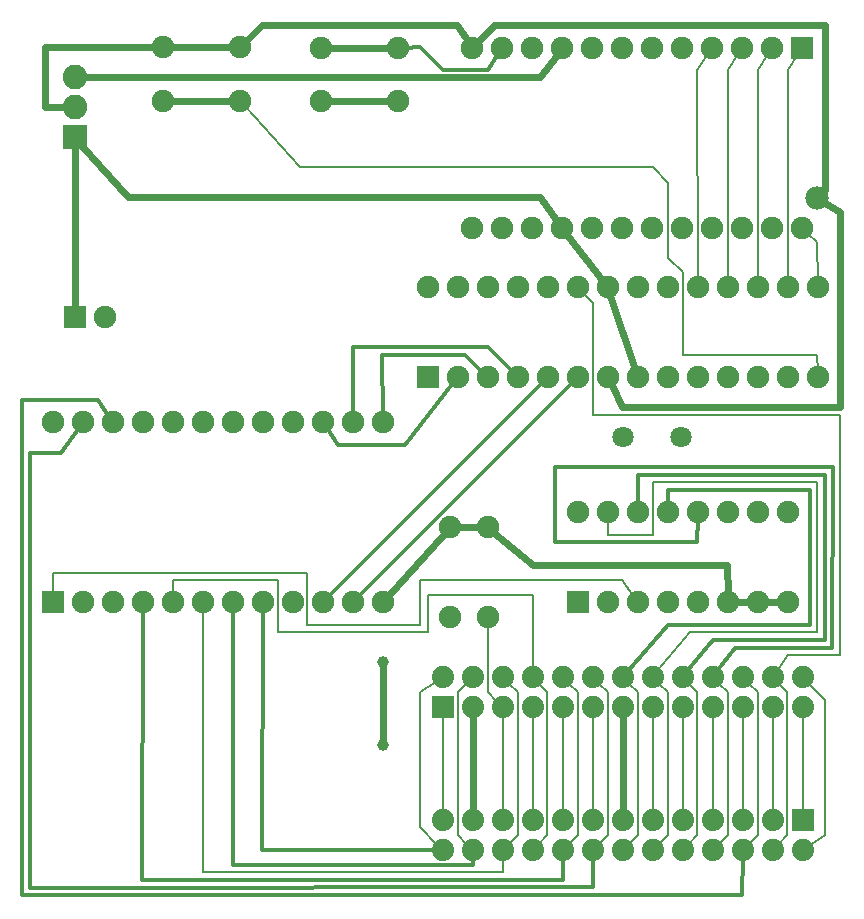
<source format=gtl>
G04 MADE WITH FRITZING*
G04 WWW.FRITZING.ORG*
G04 DOUBLE SIDED*
G04 HOLES PLATED*
G04 CONTOUR ON CENTER OF CONTOUR VECTOR*
%ASAXBY*%
%FSLAX23Y23*%
%MOIN*%
%OFA0B0*%
%SFA1.0B1.0*%
%ADD10C,0.039370*%
%ADD11C,0.074000*%
%ADD12C,0.075000*%
%ADD13C,0.082000*%
%ADD14C,0.070925*%
%ADD15C,0.070866*%
%ADD16C,0.078000*%
%ADD17R,0.074000X0.074000*%
%ADD18R,0.075000X0.075000*%
%ADD19R,0.082000X0.082000*%
%ADD20C,0.008000*%
%ADD21C,0.024000*%
%ADD22C,0.012000*%
%LNCOPPER1*%
G90*
G70*
G54D10*
X1248Y536D03*
X1248Y811D03*
G54D11*
X2648Y186D03*
X2548Y186D03*
X2448Y186D03*
X2348Y186D03*
X2248Y186D03*
X2148Y186D03*
X2048Y186D03*
X1948Y186D03*
X1848Y186D03*
X1748Y186D03*
X1648Y186D03*
X1548Y186D03*
X1448Y186D03*
X2648Y286D03*
X2548Y286D03*
X2448Y286D03*
X2348Y286D03*
X2248Y286D03*
X2148Y286D03*
X2048Y286D03*
X1948Y286D03*
X1848Y286D03*
X1748Y286D03*
X1648Y286D03*
X1548Y286D03*
X1448Y286D03*
X1448Y761D03*
X1548Y761D03*
X1648Y761D03*
X1748Y761D03*
X1848Y761D03*
X1948Y761D03*
X2048Y761D03*
X2148Y761D03*
X2248Y761D03*
X2348Y761D03*
X2448Y761D03*
X2548Y761D03*
X2648Y761D03*
X1448Y661D03*
X1548Y661D03*
X1648Y661D03*
X1748Y661D03*
X1848Y661D03*
X1948Y661D03*
X2048Y661D03*
X2148Y661D03*
X2248Y661D03*
X2348Y661D03*
X2448Y661D03*
X2548Y661D03*
X2648Y661D03*
G54D12*
X1398Y1761D03*
X1398Y2061D03*
X1498Y1761D03*
X1498Y2061D03*
X1598Y1761D03*
X1598Y2061D03*
X1698Y1761D03*
X1698Y2061D03*
X1798Y1761D03*
X1798Y2061D03*
X1898Y1761D03*
X1898Y2061D03*
X1998Y1761D03*
X1998Y2061D03*
X2098Y1761D03*
X2098Y2061D03*
X2198Y1761D03*
X2198Y2061D03*
X2298Y1761D03*
X2298Y2061D03*
X2398Y1761D03*
X2398Y2061D03*
X2498Y1761D03*
X2498Y2061D03*
X2598Y1761D03*
X2598Y2061D03*
X2698Y1761D03*
X2698Y2061D03*
X2646Y2859D03*
X2646Y2259D03*
X2546Y2859D03*
X2546Y2259D03*
X2446Y2859D03*
X2446Y2259D03*
X2346Y2859D03*
X2346Y2259D03*
X2246Y2859D03*
X2246Y2259D03*
X2146Y2859D03*
X2146Y2259D03*
X2046Y2859D03*
X2046Y2259D03*
X1946Y2859D03*
X1946Y2259D03*
X1846Y2859D03*
X1846Y2259D03*
X1746Y2859D03*
X1746Y2259D03*
X1646Y2859D03*
X1646Y2259D03*
X1546Y2859D03*
X1546Y2259D03*
X148Y1011D03*
X148Y1611D03*
X248Y1011D03*
X248Y1611D03*
X348Y1011D03*
X348Y1611D03*
X448Y1011D03*
X448Y1611D03*
X548Y1011D03*
X548Y1611D03*
X648Y1011D03*
X648Y1611D03*
X748Y1011D03*
X748Y1611D03*
X848Y1011D03*
X848Y1611D03*
X948Y1011D03*
X948Y1611D03*
X1048Y1011D03*
X1048Y1611D03*
X1148Y1011D03*
X1148Y1611D03*
X1248Y1011D03*
X1248Y1611D03*
G54D13*
X223Y2561D03*
X223Y2661D03*
X223Y2761D03*
G54D14*
X2241Y1561D03*
G54D15*
X2048Y1561D03*
G54D12*
X1898Y1011D03*
X1898Y1311D03*
X1998Y1011D03*
X1998Y1311D03*
X2098Y1011D03*
X2098Y1311D03*
X2198Y1011D03*
X2198Y1311D03*
X2298Y1011D03*
X2298Y1311D03*
X2398Y1011D03*
X2398Y1311D03*
X2498Y1011D03*
X2498Y1311D03*
X2598Y1011D03*
X2598Y1311D03*
X773Y2684D03*
X517Y2684D03*
X773Y2861D03*
X517Y2861D03*
X1298Y2682D03*
X1042Y2682D03*
X1298Y2859D03*
X1042Y2859D03*
X1598Y961D03*
X1598Y1261D03*
X1473Y961D03*
X1473Y1261D03*
G54D16*
X2696Y2359D03*
G54D12*
X223Y1961D03*
X323Y1961D03*
G54D17*
X2648Y286D03*
X1448Y661D03*
G54D18*
X1398Y1761D03*
X2646Y2859D03*
X148Y1011D03*
G54D19*
X223Y2561D03*
G54D18*
X1898Y1011D03*
X223Y1961D03*
G54D20*
X2249Y2112D02*
X2198Y2160D01*
D02*
X2198Y2160D02*
X2198Y2410D01*
D02*
X2198Y2410D02*
X2149Y2461D01*
D02*
X2149Y2461D02*
X972Y2461D01*
D02*
X972Y2461D02*
X789Y2667D01*
D02*
X2249Y1837D02*
X2249Y2112D01*
D02*
X2697Y1837D02*
X2249Y1837D01*
D02*
X2698Y1784D02*
X2697Y1837D01*
G54D21*
D02*
X2007Y2034D02*
X2089Y1788D01*
G54D22*
D02*
X1850Y86D02*
X447Y86D01*
D02*
X447Y86D02*
X448Y988D01*
D02*
X1849Y161D02*
X1850Y86D01*
G54D21*
D02*
X1454Y1240D02*
X1267Y1032D01*
G54D22*
D02*
X847Y185D02*
X848Y988D01*
D02*
X1423Y186D02*
X847Y185D01*
G54D20*
D02*
X1398Y912D02*
X898Y912D01*
D02*
X1398Y1037D02*
X1398Y912D01*
D02*
X549Y1085D02*
X548Y1034D01*
D02*
X898Y1085D02*
X549Y1085D01*
D02*
X898Y912D02*
X898Y1085D01*
D02*
X1749Y1037D02*
X1398Y1037D01*
D02*
X1748Y787D02*
X1749Y1037D01*
D02*
X1648Y113D02*
X648Y112D01*
G54D22*
D02*
X1549Y135D02*
X748Y137D01*
G54D20*
D02*
X648Y112D02*
X648Y988D01*
G54D22*
D02*
X748Y137D02*
X748Y988D01*
G54D20*
D02*
X1648Y161D02*
X1648Y113D01*
G54D22*
D02*
X1548Y161D02*
X1549Y135D01*
G54D21*
D02*
X1502Y1261D02*
X1570Y1261D01*
G54D22*
D02*
X2198Y937D02*
X2065Y781D01*
G54D21*
D02*
X1248Y555D02*
X1248Y792D01*
G54D20*
D02*
X1599Y712D02*
X1630Y680D01*
D02*
X1598Y938D02*
X1599Y712D01*
G54D21*
D02*
X745Y2861D02*
X546Y2861D01*
D02*
X2047Y1661D02*
X2774Y1661D01*
D02*
X2774Y1661D02*
X2774Y2311D01*
D02*
X2011Y1735D02*
X2047Y1661D01*
D02*
X2774Y2311D02*
X2722Y2343D01*
D02*
X1772Y2762D02*
X255Y2761D01*
D02*
X1071Y2682D02*
X1270Y2682D01*
D02*
X1829Y2837D02*
X1772Y2762D01*
G54D22*
D02*
X2674Y936D02*
X2674Y1386D01*
D02*
X2674Y1386D02*
X2198Y1386D01*
D02*
X2198Y1386D02*
X2198Y1334D01*
D02*
X2198Y937D02*
X2674Y936D01*
G54D20*
D02*
X2598Y2787D02*
X2633Y2840D01*
D02*
X2297Y2787D02*
X2333Y2840D01*
G54D21*
D02*
X2570Y1011D02*
X2527Y1011D01*
G54D20*
D02*
X2598Y2084D02*
X2598Y2787D01*
D02*
X2298Y2084D02*
X2297Y2787D01*
G54D22*
D02*
X2724Y886D02*
X2723Y1437D01*
D02*
X2723Y1437D02*
X2098Y1437D01*
D02*
X2098Y1437D02*
X2098Y1334D01*
D02*
X2348Y886D02*
X2724Y886D01*
D02*
X1100Y1536D02*
X1061Y1592D01*
D02*
X1324Y1536D02*
X1100Y1536D01*
D02*
X1484Y1743D02*
X1324Y1536D01*
G54D21*
D02*
X2470Y1011D02*
X2427Y1011D01*
G54D22*
D02*
X2264Y781D02*
X2348Y886D01*
G54D20*
D02*
X1848Y312D02*
X1848Y636D01*
D02*
X1748Y312D02*
X1748Y636D01*
D02*
X1648Y312D02*
X1648Y636D01*
G54D21*
D02*
X1548Y317D02*
X1548Y630D01*
G54D20*
D02*
X1448Y312D02*
X1448Y636D01*
D02*
X2697Y2211D02*
X2663Y2244D01*
D02*
X2698Y2084D02*
X2697Y2211D01*
G54D21*
D02*
X546Y2684D02*
X745Y2684D01*
D02*
X1270Y2859D02*
X1071Y2859D01*
G54D20*
D02*
X1373Y261D02*
X1373Y711D01*
D02*
X1430Y204D02*
X1373Y261D01*
D02*
X2648Y312D02*
X2648Y636D01*
D02*
X2548Y312D02*
X2548Y636D01*
D02*
X2448Y312D02*
X2448Y636D01*
D02*
X2348Y312D02*
X2348Y636D01*
D02*
X2248Y312D02*
X2248Y636D01*
D02*
X2148Y312D02*
X2148Y636D01*
G54D21*
D02*
X2048Y317D02*
X2048Y630D01*
G54D20*
D02*
X1948Y312D02*
X1948Y636D01*
D02*
X1373Y711D02*
X1427Y747D01*
D02*
X1499Y711D02*
X1530Y743D01*
D02*
X1499Y235D02*
X1499Y711D01*
D02*
X1699Y236D02*
X1699Y712D01*
D02*
X1699Y712D02*
X1667Y743D01*
D02*
X1797Y236D02*
X1797Y712D01*
D02*
X1797Y712D02*
X1766Y743D01*
D02*
X1766Y204D02*
X1797Y236D01*
D02*
X1666Y204D02*
X1699Y236D01*
D02*
X1530Y204D02*
X1499Y235D01*
D02*
X1898Y712D02*
X1866Y743D01*
D02*
X1898Y236D02*
X1898Y712D01*
D02*
X1999Y236D02*
X1999Y712D01*
D02*
X1999Y712D02*
X1967Y743D01*
D02*
X2199Y236D02*
X2199Y712D01*
D02*
X2199Y712D02*
X2167Y743D01*
D02*
X2297Y712D02*
X2266Y743D01*
D02*
X2166Y204D02*
X2199Y236D01*
D02*
X1966Y204D02*
X1999Y236D01*
D02*
X1866Y204D02*
X1898Y236D01*
D02*
X2297Y236D02*
X2297Y712D01*
D02*
X2398Y236D02*
X2398Y712D01*
D02*
X2398Y712D02*
X2366Y743D01*
D02*
X2499Y712D02*
X2467Y743D01*
D02*
X2499Y236D02*
X2499Y712D01*
D02*
X2597Y236D02*
X2597Y712D01*
D02*
X2597Y712D02*
X2566Y743D01*
D02*
X2466Y204D02*
X2499Y236D01*
D02*
X2366Y204D02*
X2398Y236D01*
D02*
X2266Y204D02*
X2297Y236D01*
D02*
X2399Y2787D02*
X2434Y2840D01*
D02*
X2722Y236D02*
X2722Y686D01*
D02*
X2722Y686D02*
X2666Y743D01*
D02*
X2669Y200D02*
X2722Y236D01*
D02*
X2566Y204D02*
X2597Y236D01*
D02*
X2398Y2084D02*
X2399Y2787D01*
D02*
X2098Y236D02*
X2098Y712D01*
D02*
X2098Y712D02*
X2066Y743D01*
D02*
X2066Y204D02*
X2098Y236D01*
G54D21*
D02*
X1981Y2084D02*
X1864Y2237D01*
D02*
X1749Y1136D02*
X1620Y1243D01*
D02*
X2397Y1137D02*
X1749Y1136D01*
D02*
X2398Y1040D02*
X2397Y1137D01*
G54D22*
D02*
X1522Y1837D02*
X1582Y1777D01*
D02*
X1247Y1837D02*
X1522Y1837D01*
D02*
X1248Y1634D02*
X1247Y1837D01*
D02*
X1599Y1862D02*
X1148Y1862D01*
D02*
X1148Y1862D02*
X1148Y1634D01*
D02*
X1682Y1778D02*
X1599Y1862D01*
D02*
X1749Y1712D02*
X1782Y1745D01*
G54D21*
D02*
X399Y2362D02*
X244Y2537D01*
D02*
X1772Y2362D02*
X399Y2362D01*
G54D22*
D02*
X1064Y1027D02*
X1749Y1712D01*
D02*
X1849Y1712D02*
X1164Y1027D01*
D02*
X1882Y1745D02*
X1849Y1712D01*
G54D21*
D02*
X1830Y2283D02*
X1772Y2362D01*
D02*
X2723Y2387D02*
X2723Y2935D01*
D02*
X2723Y2935D02*
X1620Y2936D01*
D02*
X1620Y2936D02*
X1566Y2880D01*
D02*
X2717Y2381D02*
X2723Y2387D01*
G54D20*
D02*
X2499Y2787D02*
X2534Y2840D01*
D02*
X2498Y2084D02*
X2499Y2787D01*
D02*
X2272Y913D02*
X2697Y913D01*
D02*
X2697Y913D02*
X2697Y1411D01*
D02*
X2697Y1411D02*
X2149Y1411D01*
D02*
X2149Y1411D02*
X2149Y1235D01*
D02*
X2149Y1235D02*
X1999Y1235D01*
D02*
X2164Y781D02*
X2272Y913D01*
G54D22*
D02*
X1823Y1212D02*
X2297Y1212D01*
D02*
X2747Y860D02*
X2748Y1462D01*
G54D20*
D02*
X2774Y1635D02*
X2773Y837D01*
D02*
X1999Y1235D02*
X1998Y1288D01*
G54D22*
D02*
X2748Y1462D02*
X1823Y1462D01*
D02*
X2297Y1212D02*
X2298Y1288D01*
D02*
X1823Y1462D02*
X1823Y1212D01*
G54D20*
D02*
X2773Y837D02*
X2599Y837D01*
G54D22*
D02*
X2424Y860D02*
X2747Y860D01*
D02*
X2364Y781D02*
X2424Y860D01*
G54D21*
D02*
X123Y2861D02*
X489Y2861D01*
D02*
X123Y2662D02*
X123Y2861D01*
D02*
X191Y2662D02*
X123Y2662D01*
G54D22*
D02*
X1449Y2787D02*
X1599Y2787D01*
D02*
X1372Y2861D02*
X1449Y2787D01*
D02*
X1599Y2787D02*
X1634Y2840D01*
D02*
X1321Y2860D02*
X1372Y2861D01*
G54D21*
D02*
X847Y2935D02*
X793Y2881D01*
D02*
X1497Y2935D02*
X847Y2935D01*
D02*
X1531Y2883D02*
X1497Y2935D01*
G54D20*
D02*
X1948Y1635D02*
X2774Y1635D01*
D02*
X1948Y2010D02*
X1948Y1635D01*
D02*
X2598Y837D02*
X2562Y782D01*
D02*
X1914Y2045D02*
X1948Y2010D01*
D02*
X149Y1110D02*
X148Y1034D01*
D02*
X1372Y937D02*
X997Y937D01*
D02*
X1372Y1085D02*
X1372Y937D01*
D02*
X2047Y1085D02*
X1372Y1085D01*
D02*
X997Y937D02*
X997Y1110D01*
D02*
X997Y1110D02*
X149Y1110D01*
D02*
X2085Y1030D02*
X2047Y1085D01*
G54D22*
D02*
X2447Y35D02*
X2448Y161D01*
D02*
X47Y35D02*
X2447Y35D01*
D02*
X47Y1686D02*
X47Y35D01*
D02*
X299Y1686D02*
X47Y1686D01*
D02*
X336Y1630D02*
X299Y1686D01*
D02*
X175Y1510D02*
X235Y1593D01*
D02*
X72Y1510D02*
X175Y1510D01*
D02*
X72Y60D02*
X72Y1510D01*
D02*
X1949Y63D02*
X72Y60D01*
D02*
X1948Y161D02*
X1949Y63D01*
G54D21*
D02*
X223Y2529D02*
X223Y1990D01*
G04 End of Copper1*
M02*
</source>
